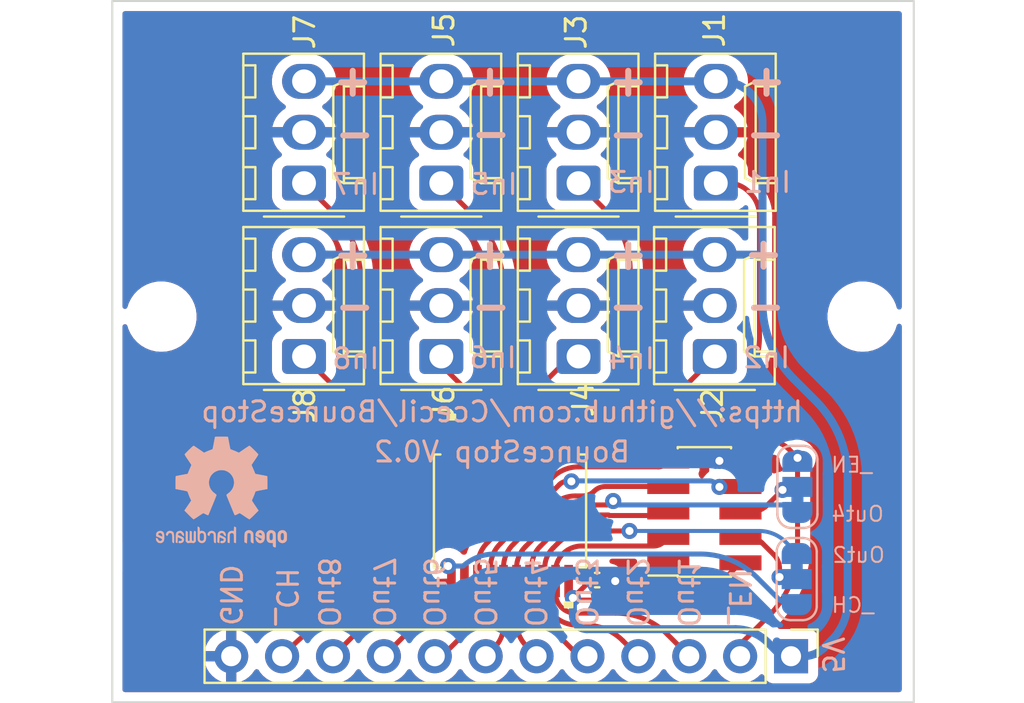
<source format=kicad_pcb>
(kicad_pcb (version 20211014) (generator pcbnew)
  (layers (0 "F.Cu" signal) (31 "B.Cu" signal) (34 "B.Paste" user) (35 "F.Paste" user) (36 "B.SilkS" user "B.Silkscreen") (37 "F.SilkS" user "F.Silkscreen") (38 "B.Mask" user) (39 "F.Mask" user) (44 "Edge.Cuts" user))
  (net 0 "")
  (net 1 "5v")
  (net 2 "GND")
  (net 3 "In1")
  (net 4 "In2")
  (net 5 "In3")
  (net 6 "In4")
  (net 7 "In5")
  (net 8 "In6")
  (net 9 "In7")
  (net 10 "In8")
  (net 11 "_CH")
  (net 12 "Out1")
  (net 13 "Out2")
  (net 14 "Out3")
  (net 15 "Out4")
  (net 16 "Out5")
  (net 17 "Out6")
  (net 18 "Out7")
  (net 19 "Out8")
  (net 20 "_EN")
  (net 21 "3.3v")
  (net 22 "OutJ4")
  (net 23 "OutJ2")
  (footprint "Connector_Molex:Molex_KK-254_AE-6410-03A_1x03_P2.54mm_Vertical" (layer "F.Cu") (at 166.97 43.24 90)
    (fp_text reference "J6")
    (fp_text value "Conn_01x03_Male" hide)
  )
  (footprint "Connector_Molex:Molex_KK-254_AE-6410-03A_1x03_P2.54mm_Vertical" (layer "F.Cu") (at 173.82 43.24 90)
    (fp_text reference "J4")
    (fp_text value "Conn_01x03_Male" hide)
  )
  (footprint "MAX6818:MAX6818EAP&plus_" (layer "F.Cu") (at 170.4 50.95 -90)
    (fp_text reference "U1" hide)
    (fp_text value "MAX6818EAP+" hide)
  )
  (footprint "Connector_Molex:Molex_KK-254_AE-6410-03A_1x03_P2.54mm_Vertical" (layer "F.Cu") (at 160.12 34.59 90)
    (fp_text reference "J7")
    (fp_text value "Conn_01x03_Male" hide)
  )
  (footprint "Capacitor_SMD:C_0402_1005Metric" (layer "F.Cu") (at 174.75 54.4)
    (fp_text reference "C1" hide)
    (fp_text value "C_Small" hide)
  )
  (footprint "Connector_Molex:Molex_KK-254_AE-6410-03A_1x03_P2.54mm_Vertical" (layer "F.Cu") (at 180.67 34.59 90)
    (fp_text reference "J1")
    (fp_text value "Conn_01x03_Male" hide)
  )
  (footprint "Connector_PinSocket_1.27mm:PinSocket_2x05_P1.27mm_Vertical_SMD" (layer "F.Cu") (at 180.1 51 180)
    (fp_text reference "J10" hide)
    (fp_text value "Conn_02x05_Counter_Clockwise" hide)
  )
  (footprint "Connector_PinHeader_2.54mm:PinHeader_1x12_P2.54mm_Vertical" (layer "F.Cu") (at 184.425 58.2 -90)
    (fp_text reference "J9" hide)
    (fp_text value "Conn_02x06_Odd_Even" hide)
  )
  (footprint "Connector_Molex:Molex_KK-254_AE-6410-03A_1x03_P2.54mm_Vertical" (layer "F.Cu") (at 180.62 43.24 90)
    (fp_text reference "J2")
    (fp_text value "Conn_01x03_Male" hide)
  )
  (footprint "Connector_Molex:Molex_KK-254_AE-6410-03A_1x03_P2.54mm_Vertical" (layer "F.Cu") (at 160.12 43.24 90)
    (fp_text reference "J8")
    (fp_text value "Conn_01x03_Male" hide)
  )
  (footprint "Connector_Molex:Molex_KK-254_AE-6410-03A_1x03_P2.54mm_Vertical" (layer "F.Cu") (at 166.97 34.59 90)
    (fp_text reference "J5")
    (fp_text value "Conn_01x03_Male" hide)
  )
  (footprint "MountingHole:MountingHole_2.5mm" (layer "F.Cu") (at 153 41.25)
    (fp_text reference "REF**" hide)
    (fp_text value "MountingHole_2.5mm")
  )
  (footprint "Connector_Molex:Molex_KK-254_AE-6410-03A_1x03_P2.54mm_Vertical" (layer "F.Cu") (at 173.82 34.59 90)
    (fp_text reference "J3")
    (fp_text value "Conn_01x03_Male" hide)
  )
  (footprint "Symbol:OSHW-Logo2_9.8x8mm_Copper" (layer "F.Cu") (at 156 50.25)
    (fp_text reference "REF**" hide)
    (fp_text value "OSHW-Logo2_9.8x8mm_Copper" hide)
  )
  (footprint "MountingHole:MountingHole_2.5mm" (layer "F.Cu") (at 188 41.25)
    (fp_text reference "REF**" hide)
    (fp_text value "MountingHole_2.5mm")
  )
  (footprint "Symbol:OSHW-Logo2_7.3x6mm_SilkScreen" (layer "B.Cu") (at 156 50 180)
    (fp_text reference "REF**" hide)
    (fp_text value "OSHW-Logo2_7.3x6mm_SilkScreen" hide)
  )
  (footprint "Jumper:SolderJumper-3_P1.3mm_Bridged12_RoundedPad1.0x1.5mm" (layer "B.Cu") (at 184.7425 49.75 90)
    (fp_text reference "JP1" hide)
    (fp_text value "Jumper_3_Bridged12" hide)
  )
  (footprint "Jumper:SolderJumper-3_P1.3mm_Bridged12_RoundedPad1.0x1.5mm" (layer "B.Cu") (at 184.7075 54.35 -90)
    (fp_text reference "JP2" hide)
    (fp_text value "Jumper_3_Bridged12" hide)
  )
  (gr_rect (start 150.55 25.5) (end 190.55 60.5) (layer "Edge.Cuts") (width 0.1) (fill none))
  (gr_text "+" (at 169.4 38.1) (layer "B.SilkS") (effects (font (size 1.5 1.5) (thickness 0.3))))
  (gr_text "Out2" (at 187.8 53.15) (layer "B.SilkS") (effects (font (size 0.75 0.75) (thickness 0.1)) (justify mirror)))
  (gr_text "+" (at 176.3 29.45) (layer "B.SilkS") (effects (font (size 1.5 1.5) (thickness 0.3))))
  (gr_text "Out4" (at 171.65 55 270) (layer "B.SilkS") (effects (font (size 1 1)) (justify mirror)))
  (gr_text "In2\n" (at 183.2 43.3) (layer "B.SilkS") (effects (font (size 1 1)) (justify mirror)))
  (gr_text "5V\n" (at 186.5 58.15 270) (layer "B.SilkS") (effects (font (size 1 1)) (justify mirror)))
  (gr_text "+" (at 162.55 29.45) (layer "B.SilkS") (effects (font (size 1.5 1.5) (thickness 0.3))))
  (gr_text "In7" (at 162.7 34.65) (layer "B.SilkS") (effects (font (size 1 1)) (justify mirror)))
  (gr_text "Out3" (at 174.2 55 270) (layer "B.SilkS") (effects (font (size 1 1)) (justify mirror)))
  (gr_text "In5" (at 169.6 34.65) (layer "B.SilkS") (effects (font (size 1 1)) (justify mirror)))
  (gr_text "Out2" (at 176.75 55 270) (layer "B.SilkS") (effects (font (size 1 1)) (justify mirror)))
  (gr_text "-" (at 169.45 40.7) (layer "B.SilkS") (effects (font (size 1.5 1.5) (thickness 0.3))))
  (gr_text "+" (at 183.2 29.45) (layer "B.SilkS") (effects (font (size 1.5 1.5) (thickness 0.3))))
  (gr_text "+" (at 162.55 38.1) (layer "B.SilkS") (effects (font (size 1.5 1.5) (thickness 0.3))))
  (gr_text "In3\n" (at 176.45 34.55) (layer "B.SilkS") (effects (font (size 1 1)) (justify mirror)))
  (gr_text "+" (at 183.05 38.078695) (layer "B.SilkS") (effects (font (size 1.5 1.5) (thickness 0.3))))
  (gr_text "-" (at 176.3 32.1) (layer "B.SilkS") (effects (font (size 1.5 1.5) (thickness 0.3))))
  (gr_text "Out6\n" (at 166.6 55 270) (layer "B.SilkS") (effects (font (size 1 1)) (justify mirror)))
  (gr_text "-" (at 183.15 40.699904) (layer "B.SilkS") (effects (font (size 1.5 1.5) (thickness 0.3))))
  (gr_text "_EN" (at 181.85 55.2 270) (layer "B.SilkS") (effects (font (size 1 1)) (justify mirror)))
  (gr_text "_CH" (at 159.25 55.2 270) (layer "B.SilkS") (effects (font (size 1 1)) (justify mirror)))
  (gr_text "_CH" (at 187.5 55.65) (layer "B.SilkS") (effects (font (size 0.75 0.75) (thickness 0.1)) (justify mirror)))
  (gr_text "Out5\n" (at 169.15 55 270) (layer "B.SilkS") (effects (font (size 1 1)) (justify mirror)))
  (gr_text "-" (at 162.65 40.7) (layer "B.SilkS") (effects (font (size 1.5 1.5) (thickness 0.3))))
  (gr_text "Out4" (at 187.75 51.1) (layer "B.SilkS") (effects (font (size 0.75 0.75) (thickness 0.1)) (justify mirror)))
  (gr_text "Out8" (at 161.35 55 270) (layer "B.SilkS") (effects (font (size 1 1)) (justify mirror)))
  (gr_text "Out1" (at 179.3 55 270) (layer "B.SilkS") (effects (font (size 1 1)) (justify mirror)))
  (gr_text "In6" (at 169.55 43.3) (layer "B.SilkS") (effects (font (size 1 1)) (justify mirror)))
  (gr_text "+" (at 176.3 38.1) (layer "B.SilkS") (effects (font (size 1.5 1.5) (thickness 0.3))))
  (gr_text "BounceStop V0.2" (at 170 48) (layer "B.SilkS") (effects (font (size 1 1)) (justify mirror)))
  (gr_text "-" (at 183.15 32.1) (layer "B.SilkS") (effects (font (size 1.5 1.5) (thickness 0.3))))
  (gr_text "In1" (at 183.25 34.55) (layer "B.SilkS") (effects (font (size 1 1)) (justify mirror)))
  (gr_text "_EN" (at 187.45 48.65) (layer "B.SilkS") (effects (font (size 0.75 0.75) (thickness 0.1)) (justify mirror)))
  (gr_text "+" (at 169.4 29.45) (layer "B.SilkS") (effects (font (size 1.5 1.5) (thickness 0.3))))
  (gr_text "In4" (at 176.45 43.35) (layer "B.SilkS") (effects (font (size 1 1)) (justify mirror)))
  (gr_text "-" (at 162.65 32.1) (layer "B.SilkS") (effects (font (size 1.5 1.5) (thickness 0.3))))
  (gr_text "GND" (at 156.45 55.15 270) (layer "B.SilkS") (effects (font (size 1 1)) (justify mirror)))
  (gr_text "-" (at 176.3 40.7) (layer "B.SilkS") (effects (font (size 1.5 1.5) (thickness 0.3))))
  (gr_text "In8" (at 162.7 43.35) (layer "B.SilkS") (effects (font (size 1 1)) (justify mirror)))
  (gr_text "Out7\n" (at 164.1 55 270) (layer "B.SilkS") (effects (font (size 1 1)) (justify mirror)))
  (gr_text "https://github.com/Ccecil/BounceStop" (at 170 46) (layer "B.SilkS") (effects (font (size 1 1)) (justify mirror)))
  (gr_text "-" (at 169.45 32.082232) (layer "B.SilkS") (effects (font (size 1.5 1.5) (thickness 0.3))))
  (segment (start 180.97 54.47) (end 181.9 53.54) (width 0.25) (layer "F.Cu") (net 1))
  (segment (start 173.538083 55.292127) (end 173.592019 55.346063) (width 0.25) (layer "F.Cu") (net 1))
  (segment (start 178.724781 55.4) (end 173.722233 55.4) (width 0.25) (layer "F.Cu") (net 1))
  (segment (start 174.35 54.425105) (end 174.35 54.37) (width 0.25) (layer "F.Cu") (net 1))
  (segment (start 174.311034 54.519175) (end 173.538083 55.292127) (width 0.25) (layer "F.Cu") (net 1))
  (via (at 173.538083 55.292127) (size 0.8) (drill 0.4) (layers "F.Cu" "B.Cu") (net 1))
  (arc (start 174.35 54.425105) (mid 174.339873 54.476015) (end 174.311034 54.519175) (width 0.25) (layer "F.Cu") (net 1))
  (arc (start 180.97 54.47) (mid 179.939884 55.1583) (end 178.724781 55.4) (width 0.25) (layer "F.Cu") (net 1))
  (arc (start 173.592019 55.346063) (mid 173.651761 55.385982) (end 173.722233 55.4) (width 0.25) (layer "F.Cu") (net 1))
  (segment (start 184.43125 58.2) (end 185.0375 58.2) (width 0.4) (layer "B.Cu") (net 1))
  (segment (start 183.27279 57.52279) (end 183.777642 58.027642) (width 0.4) (layer "B.Cu") (net 1))
  (segment (start 166.925142 38.16) (end 166.835426 38.16) (width 0.4) (layer "B.Cu") (net 1))
  (segment (start 184.416161 58.166161) (end 183.7125 57.4625) (width 0.4) (layer "B.Cu") (net 1))
  (segment (start 161.246714 38.16) (end 160.12 38.16) (width 0.4) (layer "B.Cu") (net 1))
  (segment (start 184.425 58.19375) (end 184.425 58.1875) (width 0.4) (layer "B.Cu") (net 1))
  (segment (start 163.500142 38.16) (end 161.246714 38.16) (width 0.4) (layer "B.Cu") (net 1))
  (segment (start 184.18308 58.19558) (end 184.42058 58.19558) (width 0.4) (layer "B.Cu") (net 1))
  (segment (start 183 31.541457) (end 183 38.36875) (width 0.4) (layer "B.Cu") (net 1))
  (segment (start 183 38.36875) (end 183 38.63125) (width 0.4) (layer "B.Cu") (net 1))
  (segment (start 182.867699 38.16) (end 173.999432 38.16) (width 0.4) (layer "B.Cu") (net 1))
  (segment (start 183 40.584375) (end 183 38.36875) (width 0.4) (layer "B.Cu") (net 1))
  (segment (start 180.968542 29.51) (end 160.12 29.51) (width 0.4) (layer "B.Cu") (net 1))
  (segment (start 184.566683 44.366683) (end 185.656207 45.456207) (width 0.4) (layer "B.Cu") (net 1))
  (segment (start 167.014858 38.16) (end 166.925142 38.16) (width 0.4) (layer "B.Cu") (net 1))
  (segment (start 187.25 55.468629) (end 187.25 49.303963) (width 0.4) (layer "B.Cu") (net 1))
  (segment (start 181.648531 56.85) (end 174.241269 56.85) (width 0.4) (layer "B.Cu") (net 1))
  (segment (start 163.500142 38.16) (end 166.835426 38.16) (width 0.4) (layer "B.Cu") (net 1))
  (segment (start 186.45 57.4) (end 186.083102 57.766897) (width 0.4) (layer "B.Cu") (net 1))
  (segment (start 169.313144 38.16) (end 167.014858 38.16) (width 0.4) (layer "B.Cu") (net 1))
  (segment (start 183 38.2923) (end 183 38.36875) (width 0.4) (layer "B.Cu") (net 1))
  (segment (start 173.999432 38.16) (end 169.313144 38.16) (width 0.4) (layer "B.Cu") (net 1))
  (segment (start 173.538083 55.292127) (end 173.538083 56.146813) (width 0.4) (layer "B.Cu") (net 1))
  (arc (start 182.405 30.105) (mid 182.845364 30.764052) (end 183 31.541457) (width 0.4) (layer "B.Cu") (net 1))
  (arc (start 180.968542 29.51) (mid 181.745947 29.664635) (end 182.405 30.105) (width 0.4) (layer "B.Cu") (net 1))
  (arc (start 173.538083 56.146813) (mid 173.591609 56.415911) (end 173.744041 56.644041) (width 0.4) (layer "B.Cu") (net 1))
  (arc (start 183.777642 58.027642) (mid 183.963658 58.151934) (end 184.18308 58.19558) (width 0.4) (layer "B.Cu") (net 1))
  (arc (start 183 40.584375) (mid 183.407167 42.631345) (end 184.566683 44.366683) (width 0.4) (layer "B.Cu") (net 1))
  (arc (start 186.45 57.4) (mid 187.042086 56.513879) (end 187.25 55.468629) (width 0.4) (layer "B.Cu") (net 1))
  (arc (start 182.96125 38.19875) (mid 182.918328 38.17007) (end 182.867699 38.16) (width 0.4) (layer "B.Cu") (net 1))
  (arc (start 183 38.2923) (mid 182.989929 38.241671) (end 182.96125 38.19875) (width 0.4) (layer "B.Cu") (net 1))
  (arc (start 183.27279 57.52279) (mid 182.527573 57.024852) (end 181.648531 56.85) (width 0.4) (layer "B.Cu") (net 1))
  (arc (start 173.744041 56.644041) (mid 173.972171 56.796472) (end 174.241269 56.85) (width 0.4) (layer "B.Cu") (net 1))
  (arc (start 184.425 58.19375) (mid 184.42683 58.198169) (end 184.43125 58.2) (width 0.4) (layer "B.Cu") (net 1))
  (arc (start 183 38.36875) (mid 183 38.36875) (end 183 38.36875) (width 0.4) (layer "B.Cu") (net 1))
  (arc (start 184.416161 58.166161) (mid 184.422702 58.175951) (end 184.425 58.1875) (width 0.4) (layer "B.Cu") (net 1))
  (arc (start 185.656207 45.456207) (mid 186.835786 47.221572) (end 187.25 49.303963) (width 0.4) (layer "B.Cu") (net 1))
  (arc (start 186.083102 57.766897) (mid 185.603375 58.08744) (end 185.0375 58.2) (width 0.4) (layer "B.Cu") (net 1))
  (arc (start 184.43125 58.2) (mid 184.425475 58.198851) (end 184.42058 58.19558) (width 0.4) (layer "B.Cu") (net 1))
  (arc (start 184.425 58.19375) (mid 184.423401 58.196141) (end 184.42058 58.19558) (width 0.4) (layer "B.Cu") (net 1))
  (via (at 180.85 48.45) (size 0.8) (drill 0.4) (layers "F.Cu" "B.Cu") (net 2))
  (via (at 175.65 54.45) (size 0.8) (drill 0.4) (layers "F.Cu" "B.Cu") (net 2))
  (segment (start 181.28 34.59) (end 180.67 34.59) (width 0.25) (layer "F.Cu") (net 3))
  (segment (start 179.009009 46.1) (end 173.178083 46.1) (width 0.25) (layer "F.Cu") (net 3))
  (segment (start 182.85 42.259009) (end 182.85 36.228822) (width 0.25) (layer "F.Cu") (net 3))
  (segment (start 182.37 35.07) (end 182.321335 35.021335) (width 0.25) (layer "F.Cu") (net 3))
  (segment (start 172.674999 46.603084) (end 172.674999 47.45115) (width 0.25) (layer "F.Cu") (net 3))
  (arc (start 182.321335 35.021335) (mid 181.843566 34.7021) (end 181.28 34.59) (width 0.25) (layer "F.Cu") (net 3))
  (arc (start 172.822349 46.24735) (mid 172.985561 46.138295) (end 173.178083 46.1) (width 0.25) (layer "F.Cu") (net 3))
  (arc (start 172.674999 46.603084) (mid 172.713294 46.410562) (end 172.822349 46.24735) (width 0.25) (layer "F.Cu") (net 3))
  (arc (start 182.85 42.259009) (mid 182.557622 43.728892) (end 181.725 44.975) (width 0.25) (layer "F.Cu") (net 3))
  (arc (start 182.37 35.07) (mid 182.725252 35.601672) (end 182.85 36.228822) (width 0.25) (layer "F.Cu") (net 3))
  (arc (start 181.725 44.975) (mid 180.478892 45.807622) (end 179.009009 46.1) (width 0.25) (layer "F.Cu") (net 3))
  (segment (start 172.025001 46.913074) (end 172.025001 47.45115) (width 0.25) (layer "F.Cu") (net 4))
  (segment (start 172.405477 45.994521) (end 172.4125 45.987499) (width 0.25) (layer "F.Cu") (net 4))
  (segment (start 179.44 44.42) (end 180.62 43.24) (width 0.25) (layer "F.Cu") (net 4))
  (segment (start 173.348007 45.6) (end 176.591227 45.6) (width 0.25) (layer "F.Cu") (net 4))
  (arc (start 179.44 44.42) (mid 178.132972 45.293327) (end 176.591227 45.6) (width 0.25) (layer "F.Cu") (net 4))
  (arc (start 172.405477 45.994521) (mid 172.123883 46.415957) (end 172.025001 46.913074) (width 0.25) (layer "F.Cu") (net 4))
  (arc (start 173.348007 45.6) (mid 172.841714 45.700707) (end 172.4125 45.987499) (width 0.25) (layer "F.Cu") (net 4))
  (segment (start 175.11 35.88) (end 173.82 34.59) (width 0.25) (layer "F.Cu") (net 5))
  (segment (start 171.937499 45.6625) (end 171.808507 45.791491) (width 0.25) (layer "F.Cu") (net 5))
  (segment (start 176.4 43.15) (end 176.4 38.994335) (width 0.25) (layer "F.Cu") (net 5))
  (segment (start 171.374999 46.838075) (end 171.374999 47.45115) (width 0.25) (layer "F.Cu") (net 5))
  (segment (start 173.295495 45.1) (end 174.45 45.1) (width 0.25) (layer "F.Cu") (net 5))
  (arc (start 176.4 43.15) (mid 175.828858 44.528858) (end 174.45 45.1) (width 0.25) (layer "F.Cu") (net 5))
  (arc (start 176.4 38.994335) (mid 176.064739 37.308869) (end 175.11 35.88) (width 0.25) (layer "F.Cu") (net 5))
  (arc (start 171.937499 45.6625) (mid 172.560553 45.246188) (end 173.295495 45.1) (width 0.25) (layer "F.Cu") (net 5))
  (arc (start 171.374999 46.838075) (mid 171.487664 46.271668) (end 171.808507 45.791491) (width 0.25) (layer "F.Cu") (net 5))
  (segment (start 173.265043 43.384956) (end 171.264576 45.385423) (width 0.25) (layer "F.Cu") (net 6))
  (segment (start 170.725001 46.688074) (end 170.725001 47.45115) (width 0.25) (layer "F.Cu") (net 6))
  (segment (start 173.615 43.24) (end 173.82 43.24) (width 0.25) (layer "F.Cu") (net 6))
  (arc (start 173.265043 43.384956) (mid 173.425604 43.277672) (end 173.615 43.24) (width 0.25) (layer "F.Cu") (net 6))
  (arc (start 170.725001 46.688074) (mid 170.865231 45.983084) (end 171.264576 45.385423) (width 0.25) (layer "F.Cu") (net 6))
  (segment (start 170.075002 39.890569) (end 170.075002 47.45115) (width 0.25) (layer "F.Cu") (net 7))
  (segment (start 168.522501 36.142501) (end 166.97 34.59) (width 0.25) (layer "F.Cu") (net 7))
  (arc (start 168.522501 36.142501) (mid 169.67152 37.862129) (end 170.075002 39.890569) (width 0.25) (layer "F.Cu") (net 7))
  (segment (start 166.97 43.455) (end 166.97 43.24) (width 0.25) (layer "F.Cu") (net 8))
  (segment (start 168.956136 45.656136) (end 167.122027 43.822027) (width 0.25) (layer "F.Cu") (net 8))
  (segment (start 169.425001 46.788075) (end 169.425001 47.45115) (width 0.25) (layer "F.Cu") (net 8))
  (arc (start 168.956136 45.656136) (mid 169.303146 46.175474) (end 169.425001 46.788075) (width 0.25) (layer "F.Cu") (net 8))
  (arc (start 167.122027 43.822027) (mid 167.00951 43.653633) (end 166.97 43.455) (width 0.25) (layer "F.Cu") (net 8))
  (segment (start 162.95 40.961522) (end 162.95 39.421112) (width 0.25) (layer "F.Cu") (net 9))
  (segment (start 168.337501 45.837501) (end 168.35917 45.85917) (width 0.25) (layer "F.Cu") (net 9))
  (segment (start 168.775002 46.863076) (end 168.775002 47.45115) (width 0.25) (layer "F.Cu") (net 9))
  (segment (start 161.535 36.005) (end 160.12 34.59) (width 0.25) (layer "F.Cu") (net 9))
  (segment (start 164.719149 44.569149) (end 164.25 44.1) (width 0.25) (layer "F.Cu") (net 9))
  (segment (start 166.725 45.4) (end 167.28128 45.4) (width 0.25) (layer "F.Cu") (net 9))
  (arc (start 162.95 39.421112) (mid 162.582253 37.572325) (end 161.535 36.005) (width 0.25) (layer "F.Cu") (net 9))
  (arc (start 164.25 44.1) (mid 163.287858 42.660054) (end 162.95 40.961522) (width 0.25) (layer "F.Cu") (net 9))
  (arc (start 168.775002 46.863076) (mid 168.66693 46.319766) (end 168.35917 45.85917) (width 0.25) (layer "F.Cu") (net 9))
  (arc (start 164.719149 44.569149) (mid 165.639441 45.184068) (end 166.725 45.4) (width 0.25) (layer "F.Cu") (net 9))
  (arc (start 168.337501 45.837501) (mid 167.852902 45.513702) (end 167.28128 45.4) (width 0.25) (layer "F.Cu") (net 9))
  (segment (start 167.36585 45.95) (end 164.746259 45.95) (width 0.25) (layer "F.Cu") (net 10))
  (segment (start 161.475 44.595) (end 160.12 43.24) (width 0.25) (layer "F.Cu") (net 10))
  (segment (start 168.125001 46.70915) (end 168.125001 47.45115) (width 0.25) (layer "F.Cu") (net 10))
  (arc (start 168.125001 46.70915) (mid 168.067214 46.418636) (end 167.902651 46.17235) (width 0.25) (layer "F.Cu") (net 10))
  (arc (start 167.902651 46.17235) (mid 167.656364 46.007786) (end 167.36585 45.95) (width 0.25) (layer "F.Cu") (net 10))
  (arc (start 161.475 44.595) (mid 162.975866 45.597846) (end 164.746259 45.95) (width 0.25) (layer "F.Cu") (net 10))
  (segment (start 159.453596 57.771404) (end 159.025 58.2) (width 0.25) (layer "F.Cu") (net 11))
  (via (at 167.309596 53.7) (size 0.8) (drill 0.4) (layers "F.Cu" "B.Cu") (net 11))
  (arc (start 159.453596 57.771404) (mid 163.133824 55.312353) (end 167.475 54.44885) (width 0.25) (layer "F.Cu") (net 11))
  (segment (start 184.00399 55.449502) (end 184.1 55.449502) (width 0.25) (layer "B.Cu") (net 11))
  (segment (start 182.733229 54.274751) (end 183.84009 55.381612) (width 0.25) (layer "B.Cu") (net 11))
  (segment (start 168.092206 53.669379) (end 168.076895 53.684689) (width 0.25) (layer "B.Cu") (net 11))
  (segment (start 179.897129 53.1) (end 169.612226 53.1) (width 0.25) (layer "B.Cu") (net 11))
  (segment (start 168.039932 53.7) (end 167.309596 53.7) (width 0.25) (layer "B.Cu") (net 11))
  (arc (start 168.076895 53.684689) (mid 168.059936 53.69602) (end 168.039932 53.7) (width 0.25) (layer "B.Cu") (net 11))
  (arc (start 184.00399 55.449502) (mid 183.915288 55.431857) (end 183.84009 55.381612) (width 0.25) (layer "B.Cu") (net 11))
  (arc (start 168.092206 53.669379) (mid 168.801124 53.247584) (end 169.612226 53.1) (width 0.25) (layer "B.Cu") (net 11))
  (arc (start 179.897129 53.1) (mid 181.432015 53.405307) (end 182.733229 54.274751) (width 0.25) (layer "B.Cu") (net 11))
  (segment (start 177.565944 52.7) (end 173.967543 52.7) (width 0.25) (layer "F.Cu") (net 12))
  (segment (start 173.025615 53.106537) (end 173.053576 53.078577) (width 0.25) (layer "F.Cu") (net 12))
  (segment (start 178.27 57.125) (end 179.345 58.2) (width 0.25) (layer "F.Cu") (net 12))
  (segment (start 178.085 52.485) (end 178.3 52.27) (width 0.25) (layer "F.Cu") (net 12))
  (segment (start 173.66474 56.05) (end 175.67472 56.05) (width 0.25) (layer "F.Cu") (net 12))
  (segment (start 172.674999 54.886914) (end 172.674999 54.973586) (width 0.25) (layer "F.Cu") (net 12))
  (segment (start 172.674999 54.973586) (end 172.674999 54.995254) (width 0.25) (layer "F.Cu") (net 12))
  (segment (start 172.674999 55.03859) (end 172.674999 55.060258) (width 0.25) (layer "F.Cu") (net 12))
  (segment (start 172.674999 54.886914) (end 172.674999 53.953002) (width 0.25) (layer "F.Cu") (net 12))
  (segment (start 172.674999 54.995254) (end 172.674999 55.03859) (width 0.25) (layer "F.Cu") (net 12))
  (arc (start 172.964887 55.760111) (mid 172.750338 55.439016) (end 172.674999 55.060258) (width 0.25) (layer "F.Cu") (net 12))
  (arc (start 173.025615 53.106537) (mid 172.766121 53.494898) (end 172.674999 53.953002) (width 0.25) (layer "F.Cu") (net 12))
  (arc (start 173.967543 52.7) (mid 173.472907 52.798388) (end 173.053576 53.078577) (width 0.25) (layer "F.Cu") (net 12))
  (arc (start 177.565944 52.7) (mid 177.846855 52.644123) (end 178.085 52.485) (width 0.25) (layer "F.Cu") (net 12))
  (arc (start 178.27 57.125) (mid 177.079275 56.329383) (end 175.67472 56.05) (width 0.25) (layer "F.Cu") (net 12))
  (arc (start 173.66474 56.05) (mid 173.285982 55.97466) (end 172.964887 55.760111) (width 0.25) (layer "F.Cu") (net 12))
  (segment (start 176.03 57.425) (end 176.805 58.2) (width 0.25) (layer "F.Cu") (net 13))
  (segment (start 172.092869 54.407131) (end 172.060396 54.439603) (width 0.25) (layer "F.Cu") (net 13))
  (segment (start 172.440829 56.040829) (end 172.537499 56.137499) (width 0.25) (layer "F.Cu") (net 13))
  (segment (start 172.024998 55.036924) (end 172.024998 54.461926) (width 0.25) (layer "F.Cu") (net 13))
  (segment (start 172.541174 52.808825) (end 172.767794 52.582206) (width 0.25) (layer "F.Cu") (net 13))
  (segment (start 174.296488 51.949) (end 176.362299 51.949) (width 0.25) (layer "F.Cu") (net 13))
  (segment (start 173.774785 56.65) (end 174.158984 56.65) (width 0.25) (layer "F.Cu") (net 13))
  (segment (start 172.134588 54.306412) (end 172.134588 53.790412) (width 0.25) (layer "F.Cu") (net 13))
  (via (at 176.362299 51.949) (size 0.8) (drill 0.4) (layers "F.Cu" "B.Cu") (net 13))
  (arc (start 172.038074 54.44885) (mid 172.028827 54.452679) (end 172.024998 54.461926) (width 0.25) (layer "F.Cu") (net 13))
  (arc (start 174.296488 51.949) (mid 173.469164 52.113564) (end 172.767794 52.582206) (width 0.25) (layer "F.Cu") (net 13))
  (arc (start 172.024998 55.036924) (mid 172.133068 55.580233) (end 172.440829 56.040829) (width 0.25) (layer "F.Cu") (net 13))
  (arc (start 172.541174 52.808825) (mid 172.240256 53.259181) (end 172.134588 53.790412) (width 0.25) (layer "F.Cu") (net 13))
  (arc (start 172.038074 54.44885) (mid 172.050154 54.446446) (end 172.060396 54.439603) (width 0.25) (layer "F.Cu") (net 13))
  (arc (start 173.774785 56.65) (mid 173.10517 56.516805) (end 172.537499 56.137499) (width 0.25) (layer "F.Cu") (net 13))
  (arc (start 172.092869 54.407131) (mid 172.123745 54.36092) (end 172.134588 54.306412) (width 0.25) (layer "F.Cu") (net 13))
  (arc (start 176.03 57.425) (mid 175.17157 56.851415) (end 174.158984 56.65) (width 0.25) (layer "F.Cu") (net 13))
  (segment (start 176.362299 51.949) (end 182.827975 51.949) (width 0.2) (layer "B.Cu") (net 13))
  (segment (start 184.157 52.4995) (end 184.7075 53.05) (width 0.2) (layer "B.Cu") (net 13))
  (segment (start 176.362799 51.9495) (end 176.362299 51.949) (width 0.25) (layer "B.Cu") (net 13))
  (arc (start 184.157 52.4995) (mid 183.547238 52.09207) (end 182.827975 51.949) (width 0.2) (layer "B.Cu") (net 13))
  (arc (start 176.362799 51.9495) (mid 176.363352 51.94987) (end 176.364006 51.95) (width 0.25) (layer "B.Cu") (net 13))
  (segment (start 171.374999 54.52634) (end 171.374999 55.086924) (width 0.25) (layer "F.Cu") (net 14))
  (segment (start 171.908443 52.716555) (end 172.82238 51.802619) (width 0.25) (layer "F.Cu") (net 14))
  (segment (start 175.37041 51.179011) (end 177.994409 51.179011) (width 0.25) (layer "F.Cu") (net 14))
  (segment (start 175.300372 51.15) (end 174.397943 51.15) (width 0.25) (layer "F.Cu") (net 14))
  (segment (start 178.210494 51.089505) (end 178.3 51) (width 0.25) (layer "F.Cu") (net 14))
  (segment (start 171.826185 56.176185) (end 173.703275 58.053275) (width 0.25) (layer "F.Cu") (net 14))
  (segment (start 171.484587 53.739837) (end 171.484587 54.261771) (width 0.25) (layer "F.Cu") (net 14))
  (segment (start 174.0575 58.2) (end 174.265 58.2) (width 0.25) (layer "F.Cu") (net 14))
  (arc (start 171.826185 56.176185) (mid 171.492258 55.676428) (end 171.374999 55.086924) (width 0.25) (layer "F.Cu") (net 14))
  (arc (start 175.300372 51.15) (mid 175.319324 51.153769) (end 175.335391 51.164505) (width 0.25) (layer "F.Cu") (net 14))
  (arc (start 171.484587 53.739837) (mid 171.594743 53.186041) (end 171.908443 52.716555) (width 0.25) (layer "F.Cu") (net 14))
  (arc (start 171.374999 54.52634) (mid 171.389239 54.454748) (end 171.429793 54.394056) (width 0.25) (layer "F.Cu") (net 14))
  (arc (start 171.484587 54.261771) (mid 171.470346 54.333363) (end 171.429793 54.394056) (width 0.25) (layer "F.Cu") (net 14))
  (arc (start 174.397943 51.15) (mid 173.545254 51.31961) (end 172.82238 51.802619) (width 0.25) (layer "F.Cu") (net 14))
  (arc (start 175.37041 51.179011) (mid 175.351458 51.175241) (end 175.335391 51.164505) (width 0.25) (layer "F.Cu") (net 14))
  (arc (start 174.0575 58.2) (mid 173.865794 58.161867) (end 173.703275 58.053275) (width 0.25) (layer "F.Cu") (net 14))
  (arc (start 178.210494 51.089505) (mid 178.111353 51.155749) (end 177.994409 51.179011) (width 0.25) (layer "F.Cu") (net 14))
  (segment (start 170.724998 55.476498) (end 170.724998 55.768996) (width 0.25) (layer "F.Cu") (net 15))
  (segment (start 170.724998 54.767312) (end 170.724998 55.337602) (width 0.25) (layer "F.Cu") (net 15))
  (segment (start 171.224999 57.699999) (end 171.725 58.2) (width 0.25) (layer "F.Cu") (net 15))
  (segment (start 170.724998 54.193345) (end 170.724998 54.050772) (width 0.25) (layer "F.Cu") (net 15))
  (segment (start 170.724998 53.891541) (end 170.724998 53.811926) (width 0.25) (layer "F.Cu") (net 15))
  (segment (start 170.724998 55.768996) (end 170.724998 56.061494) (width 0.25) (layer "F.Cu") (net 15))
  (segment (start 170.724998 56.204067) (end 170.724998 56.396615) (width 0.25) (layer "F.Cu") (net 15))
  (segment (start 171.175371 52.724628) (end 172.506422 51.393576) (width 0.25) (layer "F.Cu") (net 15))
  (segment (start 175.217098 50.64952) (end 174.302735 50.64952) (width 0.25) (layer "F.Cu") (net 15))
  (segment (start 170.724998 54.193345) (end 170.724998 54.385893) (width 0.25) (layer "F.Cu") (net 15))
  (segment (start 170.724998 56.061494) (end 170.724998 56.204067) (width 0.25) (layer "F.Cu") (net 15))
  (segment (start 170.724998 55.337602) (end 170.724998 55.476498) (width 0.25) (layer "F.Cu") (net 15))
  (segment (start 170.724998 54.385893) (end 170.724998 54.578441) (width 0.25) (layer "F.Cu") (net 15))
  (segment (start 170.724998 54.578441) (end 170.724998 54.767312) (width 0.25) (layer "F.Cu") (net 15))
  (segment (start 175.452495 50.552015) (end 175.55 50.454511) (width 0.25) (layer "F.Cu") (net 15))
  (segment (start 170.724998 56.492889) (end 170.724998 56.396615) (width 0.25) (layer "F.Cu") (net 15))
  (segment (start 170.724998 53.891541) (end 170.724998 54.050772) (width 0.25) (layer "F.Cu") (net 15))
  (via (at 175.55 50.454511) (size 0.8) (drill 0.4) (layers "F.Cu" "B.Cu") (net 15))
  (arc (start 175.217098 50.64952) (mid 175.344494 50.624179) (end 175.452495 50.552015) (width 0.25) (layer "F.Cu") (net 15))
  (arc (start 174.302735 50.64952) (mid 173.330577 50.842893) (end 172.506422 51.393576) (width 0.25) (layer "F.Cu") (net 15))
  (arc (start 171.175371 52.724628) (mid 170.842046 53.223484) (end 170.724998 53.811926) (width 0.25) (layer "F.Cu") (net 15))
  (arc (start 171.224999 57.699999) (mid 170.854944 57.146172) (end 170.724998 56.492889) (width 0.25) (layer "F.Cu") (net 15))
  (segment (start 184.5425 50.85) (end 184.7425 51.05) (width 0.25) (layer "B.Cu") (net 15))
  (segment (start 175.647744 50.552255) (end 175.55 50.454511) (width 0.25) (layer "B.Cu") (net 15))
  (segment (start 175.88372 50.65) (end 184.059657 50.65) (width 0.25) (layer "B.Cu") (net 15))
  (arc (start 175.88372 50.65) (mid 175.75601 50.624596) (end 175.647744 50.552255) (width 0.25) (layer "B.Cu") (net 15))
  (arc (start 184.5425 50.85) (mid 184.320969 50.701978) (end 184.059657 50.65) (width 0.25) (layer "B.Cu") (net 15))
  (segment (start 170.074999 53.860293) (end 170.074999 54.028452) (width 0.25) (layer "F.Cu") (net 16))
  (segment (start 175.16484 49.73) (end 178.3 49.73) (width 0.25) (layer "F.Cu") (net 16))
  (segment (start 170.074999 56.569856) (end 170.074999 56.680676) (width 0.25) (layer "F.Cu") (net 16))
  (segment (start 172.489286 50.68929) (end 170.550624 52.627952) (width 0.25) (layer "F.Cu") (net 16))
  (segment (start 170.074999 53.776214) (end 170.074999 53.860293) (width 0.25) (layer "F.Cu") (net 16))
  (segment (start 174.030159 50.2) (end 173.670538 50.2) (width 0.25) (layer "F.Cu") (net 16))
  (segment (start 170.074999 54.169872) (end 170.074999 54.39151) (width 0.25) (layer "F.Cu") (net 16))
  (segment (start 170.074999 54.785167) (end 170.074999 54.613148) (width 0.25) (layer "F.Cu") (net 16))
  (segment (start 170.074999 56.348217) (end 170.074999 56.569856) (width 0.25) (layer "F.Cu") (net 16))
  (segment (start 170.074999 55.442644) (end 170.074999 55.824721) (width 0.25) (layer "F.Cu") (net 16))
  (segment (start 170.074999 54.169872) (end 170.074999 54.028452) (width 0.25) (layer "F.Cu") (net 16))
  (segment (start 170.074999 54.39151) (end 170.074999 54.613148) (width 0.25) (layer "F.Cu") (net 16))
  (segment (start 170.074999 55.824721) (end 170.074999 56.206798) (width 0.25) (layer "F.Cu") (net 16))
  (segment (start 170.074999 54.785167) (end 170.074999 55.350844) (width 0.25) (layer "F.Cu") (net 16))
  (segment (start 170.074999 56.348217) (end 170.074999 56.206798) (width 0.25) (layer "F.Cu") (net 16))
  (segment (start 170.074999 55.350844) (end 170.074999 55.442644) (width 0.25) (layer "F.Cu") (net 16))
  (segment (start 169.629999 57.755) (end 169.185 58.2) (width 0.25) (layer "F.Cu") (net 16))
  (arc (start 172.489286 50.68929) (mid 173.031249 50.327162) (end 173.670538 50.2) (width 0.25) (layer "F.Cu") (net 16))
  (arc (start 175.16484 49.73) (mid 174.857797 49.791074) (end 174.5975 49.965) (width 0.25) (layer "F.Cu") (net 16))
  (arc (start 169.629999 57.755) (mid 169.959347 57.262096) (end 170.074999 56.680676) (width 0.25) (layer "F.Cu") (net 16))
  (arc (start 174.5975 49.965) (mid 174.337201 50.138925) (end 174.030159 50.2) (width 0.25) (layer "F.Cu") (net 16))
  (arc (start 170.074999 53.776214) (mid 170.198609 53.154779) (end 170.550624 52.627952) (width 0.25) (layer "F.Cu") (net 16))
  (segment (start 169.424998 53.763416) (end 169.424998 53.761926) (width 0.25) (layer "F.Cu") (net 17))
  (segment (start 180.86 49.74) (end 180.85 49.75) (width 0.25) (layer "F.Cu") (net 17))
  (segment (start 168.956132 56.243867) (end 167.125511 58.074488) (width 0.25) (layer "F.Cu") (net 17))
  (segment (start 173.243899 49.4745) (end 173.462299 49.4745) (width 0.25) (layer "F.Cu") (net 17))
  (segment (start 169.424998 53.779812) (end 169.424998 53.785774) (width 0.25) (layer "F.Cu") (net 17))
  (segment (start 169.424998 53.793226) (end 169.424998 53.791736) (width 0.25) (layer "F.Cu") (net 17))
  (segment (start 169.424998 53.802169) (end 169.424998 53.809622) (width 0.25) (layer "F.Cu") (net 17))
  (segment (start 169.424998 53.785774) (end 169.424998 53.791736) (width 0.25) (layer "F.Cu") (net 17))
  (segment (start 169.424998 53.767888) (end 169.424998 53.77385) (width 0.25) (layer "F.Cu") (net 17))
  (segment (start 169.910726 52.589273) (end 172.871068 49.628931) (width 0.25) (layer "F.Cu") (net 17))
  (segment (start 169.424998 53.766397) (end 169.424998 53.767888) (width 0.25) (layer "F.Cu") (net 17))
  (segment (start 169.424998 53.793226) (end 169.424998 53.802169) (width 0.25) (layer "F.Cu") (net 17))
  (segment (start 166.8225 58.2) (end 166.645 58.2) (width 0.25) (layer "F.Cu") (net 17))
  (segment (start 169.424998 53.763416) (end 169.424998 53.766397) (width 0.25) (layer "F.Cu") (net 17))
  (segment (start 169.424998 55.111926) (end 169.424998 53.83347) (width 0.25) (layer "F.Cu") (net 17))
  (segment (start 169.424998 53.77385) (end 169.424998 53.779812) (width 0.25) (layer "F.Cu") (net 17))
  (segment (start 169.424998 53.809622) (end 169.424998 53.83347) (width 0.25) (layer "F.Cu") (net 17))
  (segment (start 180.884142 49.73) (end 181.9 49.73) (width 0.25) (layer "F.Cu") (net 17))
  (via (at 173.462299 49.4745) (size 0.8) (drill 0.4) (layers "F.Cu" "B.Cu") (net 17))
  (via (at 180.85 49.75) (size 0.8) (drill 0.4) (layers "F.Cu" "B.Cu") (net 17))
  (arc (start 180.86 49.74) (mid 180.871076 49.732598) (end 180.884142 49.73) (width 0.25) (layer "F.Cu") (net 17))
  (arc (start 168.956132 56.243867) (mid 169.303143 55.724528) (end 169.424998 55.111926) (width 0.25) (layer "F.Cu") (net 17))
  (arc (start 169.910726 52.589273) (mid 169.551234 53.12729) (end 169.424998 53.761926) (width 0.25) (layer "F.Cu") (net 17))
  (arc (start 173.243899 49.4745) (mid 173.042124 49.514635) (end 172.871068 49.628931) (width 0.25) (layer "F.Cu") (net 17))
  (arc (start 167.125511 58.074488) (mid 166.986488 58.16738) (end 166.8225 58.2) (width 0.25) (layer "F.Cu") (net 17))
  (segment (start 180.337867 49.45) (end 173.504123 49.45) (width 0.25) (layer "B.Cu") (net 17))
  (segment (start 180.7 49.6) (end 180.85 49.75) (width 0.25) (layer "B.Cu") (net 17))
  (segment (start 173.462299 49.4745) (end 173.474549 49.46225) (width 0.25) (layer "B.Cu") (net 17))
  (arc (start 173.474549 49.46225) (mid 173.488117 49.453183) (end 173.504123 49.45) (width 0.25) (layer "B.Cu") (net 17))
  (arc (start 180.337867 49.45) (mid 180.533852 49.488983) (end 180.7 49.6) (width 0.25) (layer "B.Cu") (net 17))
  (segment (start 168.774999 53.903731) (end 168.774999 53.934621) (width 0.25) (layer "F.Cu") (net 18))
  (segment (start 168.774999 53.934621) (end 168.774999 54.03347) (width 0.25) (layer "F.Cu") (net 18))
  (segment (start 172.505493 49.294504) (end 169.278405 52.521594) (width 0.25) (layer "F.Cu") (net 18))
  (segment (start 168.774999 55.229697) (end 168.774999 55.255509) (width 0.25) (layer "F.Cu") (net 18))
  (segment (start 168.774999 55.113547) (end 168.774999 55.165169) (width 0.25) (layer "F.Cu") (net 18))
  (segment (start 173.820042 48.75) (end 177.804939 48.75) (width 0.25) (layer "F.Cu") (net 18))
  (segment (start 178.155 48.605) (end 178.3 48.46) (width 0.25) (layer "F.Cu") (net 18))
  (segment (start 168.774999 53.786349) (end 168.774999 53.811061) (width 0.25) (layer "F.Cu") (net 18))
  (segment (start 168.774999 55.010303) (end 168.774999 55.061925) (width 0.25) (layer "F.Cu") (net 18))
  (segment (start 168.774999 55.165169) (end 168.774999 55.216791) (width 0.25) (layer "F.Cu") (net 18))
  (segment (start 165.296627 57.008372) (end 164.105 58.2) (width 0.25) (layer "F.Cu") (net 18))
  (segment (start 168.774999 54.648945) (end 168.774999 54.03347) (width 0.25) (layer "F.Cu") (net 18))
  (segment (start 168.774999 54.997397) (end 168.774999 55.010303) (width 0.25) (layer "F.Cu") (net 18))
  (segment (start 168.774999 53.866663) (end 168.774999 53.903731) (width 0.25) (layer "F.Cu") (net 18))
  (segment (start 168.774999 53.736925) (end 168.774999 53.743103) (width 0.25) (layer "F.Cu") (net 18))
  (segment (start 168.774999 54.648945) (end 168.774999 54.855435) (width 0.25) (layer "F.Cu") (net 18))
  (segment (start 168.774999 53.835773) (end 168.774999 53.860485) (width 0.25) (layer "F.Cu") (net 18))
  (segment (start 168.774999 55.268415) (end 168.774999 55.255509) (width 0.25) (layer "F.Cu") (net 18))
  (segment (start 168.774999 53.860485) (end 168.774999 53.866663) (width 0.25) (layer "F.Cu") (net 18))
  (segment (start 168.774999 55.229697) (end 168.774999 55.216791) (width 0.25) (layer "F.Cu") (net 18))
  (segment (start 168.774999 55.061925) (end 168.774999 55.113547) (width 0.25) (layer "F.Cu") (net 18))
  (segment (start 168.774999 54.919963) (end 168.774999 54.855435) (width 0.25) (layer "F.Cu") (net 18))
  (segment (start 168.774999 54.919963) (end 168.774999 54.997397) (width 0.25) (layer "F.Cu") (net 18))
  (segment (start 168.774999 53.755459) (end 168.774999 53.761637) (width 0.25) (layer "F.Cu") (net 18))
  (segment (start 167.793414 56.25) (end 167.1275 56.25) (width 0.25) (layer "F.Cu") (net 18))
  (segment (start 168.774999 53.811061) (end 168.774999 53.835773) (width 0.25) (layer "F.Cu") (net 18))
  (segment (start 168.774999 53.761637) (end 168.774999 53.786349) (width 0.25) (layer "F.Cu") (net 18))
  (segment (start 168.774999 53.743103) (end 168.774999 53.755459) (width 0.25) (layer "F.Cu") (net 18))
  (arc (start 178.155 48.605) (mid 177.99439 48.712315) (end 177.804939 48.75) (width 0.25) (layer "F.Cu") (net 18))
  (arc (start 168.774999 53.736925) (mid 168.905829 53.079192) (end 169.278405 52.521594) (width 0.25) (layer "F.Cu") (net 18))
  (arc (start 167.1275 56.25) (mid 166.136638 56.447094) (end 165.296627 57.008372) (width 0.25) (layer "F.Cu") (net 18))
  (arc (start 173.820042 48.75) (mid 173.108613 48.891512) (end 172.505493 49.294504) (width 0.25) (layer "F.Cu") (net 18))
  (arc (start 168.774999 55.268415) (mid 168.70028 55.644051) (end 168.487499 55.9625) (width 0.25) (layer "F.Cu") (net 18))
  (arc (start 168.487499 55.9625) (mid 168.16905 56.175281) (end 167.793414 56.25) (width 0.25) (layer "F.Cu") (net 18))
  (segment (start 162.84 56.925) (end 161.565 58.2) (width 0.25) (layer "F.Cu") (net 19))
  (segment (start 165.918122 55.65) (end 168.082323 55.65) (width 0.25) (layer "F.Cu") (net 19))
  (segment (start 168.124998 55.607325) (end 168.124998 54.44885) (width 0.25) (layer "F.Cu") (net 19))
  (arc (start 168.112499 55.637501) (mid 168.098654 55.646751) (end 168.082323 55.65) (width 0.25) (layer "F.Cu") (net 19))
  (arc (start 162.84 56.925) (mid 164.252254 55.981361) (end 165.918122 55.65) (width 0.25) (layer "F.Cu") (net 19))
  (arc (start 168.112499 55.637501) (mid 168.121749 55.623656) (end 168.124998 55.607325) (width 0.25) (layer "F.Cu") (net 19))
  (segment (start 184.75 48.3) (end 184.325575 47.875575) (width 0.25) (layer "F.Cu") (net 20))
  (segment (start 173.375287 47.400862) (end 173.425575 47.350575) (width 0.25) (layer "F.Cu") (net 20))
  (segment (start 181.8425 58.2) (end 181.8 58.2) (width 0.2) (layer "F.Cu") (net 20))
  (segment (start 181.885 58.1575) (end 181.885 57.9075) (width 0.25) (layer "F.Cu") (net 20))
  (segment (start 184.75 52.724139) (end 184.75 48.3) (width 0.25) (layer "F.Cu") (net 20))
  (segment (start 173.396117 47.45115) (end 183.300922 47.45115) (width 0.25) (layer "F.Cu") (net 20))
  (segment (start 183.317499 56.182499) (end 182.091828 57.408171) (width 0.25) (layer "F.Cu") (net 20))
  (via (at 184.75 48.3) (size 0.8) (drill 0.4) (layers "F.Cu" "B.Cu") (net 20))
  (arc (start 184.75 52.724139) (mid 184.377705 54.59579) (end 183.317499 56.182499) (width 0.25) (layer "F.Cu") (net 20))
  (arc (start 173.396117 47.45115) (mid 173.368901 47.432965) (end 173.375287 47.400862) (width 0.25) (layer "F.Cu") (net 20))
  (arc (start 181.885 58.1575) (mid 181.872552 58.187552) (end 181.8425 58.2) (width 0.25) (layer "F.Cu") (net 20))
  (arc (start 183.300922 47.45115) (mid 183.85546 47.561454) (end 184.325575 47.875575) (width 0.25) (layer "F.Cu") (net 20))
  (arc (start 181.885 57.9075) (mid 181.938752 57.637265) (end 182.091828 57.408171) (width 0.25) (layer "F.Cu") (net 20))
  (arc (start 173.425575 47.350575) (mid 173.536976 47.276138) (end 173.668384 47.25) (width 0.25) (layer "F.Cu") (net 20))
  (segment (start 182.4 51) (end 181.9 51) (width 0.25) (layer "F.Cu") (net 22))
  (segment (start 183.253553 50.646446) (end 184 49.9) (width 0.25) (layer "F.Cu") (net 22))
  (via (at 184 49.9) (size 0.8) (drill 0.4) (layers "F.Cu" "B.Cu") (net 22))
  (arc (start 183.253553 50.646446) (mid 182.861939 50.908114) (end 182.4 51) (width 0.25) (layer "F.Cu") (net 22))
  (segment (start 184 49.9) (end 184.486433 49.9) (width 0.25) (layer "B.Cu") (net 22))
  (segment (start 184.6675 49.825) (end 184.7425 49.75) (width 0.25) (layer "B.Cu") (net 22))
  (arc (start 184.6675 49.825) (mid 184.584425 49.880508) (end 184.486433 49.9) (width 0.25) (layer "B.Cu") (net 22))
  (segment (start 181.914142 52.27) (end 182.302011 52.27) (width 0.25) (layer "F.Cu") (net 23))
  (segment (start 181.91 52.26) (end 181.92 52.25) (width 0.25) (layer "F.Cu") (net 23))
  (segment (start 183.85 54.25) (end 183.85 53.832989) (width 0.25) (layer "F.Cu") (net 23))
  (segment (start 182.988286 52.554264) (end 183.555128 53.121106) (width 0.25) (layer "F.Cu") (net 23))
  (via (at 183.85 54.25) (size 0.8) (drill 0.4) (layers "F.Cu" "B.Cu") (net 23))
  (arc (start 183.85 53.832989) (mid 183.773365 53.44772) (end 183.555128 53.121106) (width 0.25) (layer "F.Cu") (net 23))
  (arc (start 181.914142 52.27) (mid 181.90873 52.266383) (end 181.91 52.26) (width 0.25) (layer "F.Cu") (net 23))
  (arc (start 182.988286 52.554264) (mid 182.67342 52.343877) (end 182.302011 52.27) (width 0.25) (layer "F.Cu") (net 23))
  (zone (net 2) (net_name "GND") (layers F&B.Cu) (connect_pads (clearance 0.508)) (min_thickness 0.254) (fill yes (thermal_gap 0.508) (thermal_bridge_width 0.508))
    (polygon (pts (xy 189.95 60.25) (xy 151.05 60.25) (xy 151.05 25.75) (xy 189.95 25.75)))
  )
)
</source>
